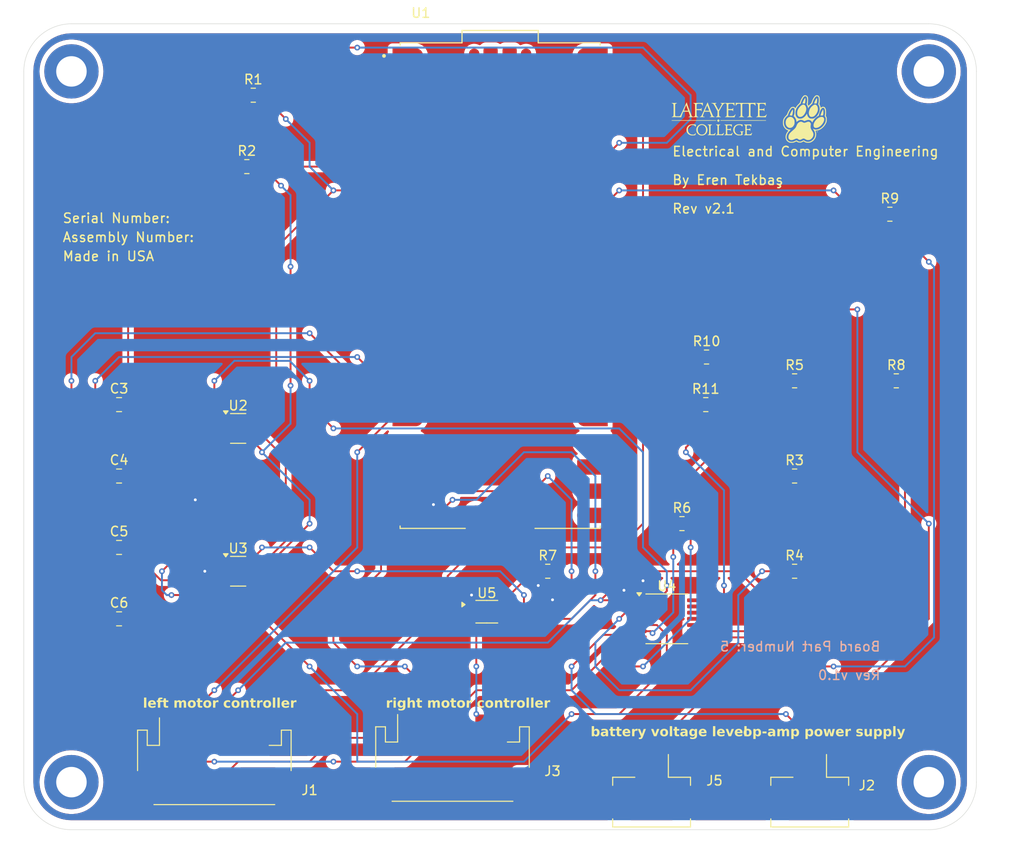
<source format=kicad_pcb>
(kicad_pcb (version 20240108) (generator "pcbnew") (generator_version "8.0")
  (layers (0 "F.Cu" signal) (31 "B.Cu" signal) (34 "B.Paste" user) (35 "F.Paste" user) (36 "B.SilkS" user "B.Silkscreen") (37 "F.SilkS" user "F.Silkscreen") (38 "B.Mask" user) (39 "F.Mask" user) (44 "Edge.Cuts" user))
  (net 0 "")
  (net 1 "/3V3_OUT")
  (net 2 "/GND")
  (net 3 "unconnected-(J1-MountPin-PadMP)")
  (net 4 "/DirectionL")
  (net 5 "/Brake")
  (net 6 "/SpeedReadUL")
  (net 7 "/Enable")
  (net 8 "/DirectionR")
  (net 9 "/SpeedReadUR")
  (net 10 "unconnected-(J3-MountPin-PadMP)")
  (net 11 "/I2C SDA")
  (net 12 "/I2C SCL")
  (net 13 "Net-(U4A--)")
  (net 14 "/SpeedLeft")
  (net 15 "Net-(U4B--)")
  (net 16 "/SpeedRight")
  (net 17 "/VOUT1")
  (net 18 "/VOUT2")
  (net 22 "/SpeedReadRegulatedR")
  (net 34 "/BatteryLevelUnregulated")
  (net 36 "/SpeedReadRegulatedL")
  (net 48 "Net-(U5-EN)")
  (net 64 "/5V_OUT")
  (net 65 "/12V")
  (net 66 "Net-(U4C--)")
  (net 67 "/BatteryLevelRegulated")
  (net 68 "Net-(U4C-+)")
  (footprint "Resistor_SMD:R_0805_2012Metric" (layer "F.Cu") (at 216.5875 90)
    (property "Reference" "R11")
    (property "Value" "10K")
  )
  (footprint "Resistor_SMD:R_0805_2012Metric" (layer "F.Cu") (at 235.9125 70)
    (property "Reference" "R9")
    (property "Value" "91K")
  )
  (footprint "Resistor_SMD:R_0805_2012Metric" (layer "F.Cu") (at 168.4125 65)
    (property "Reference" "R2")
    (property "Value" "4.7K")
  )
  (footprint "Footprints:LeopardPawFootprint" (layer "F.Cu") (at 227 60)
    (property "Reference" "G***" (hide yes))
    (property "Value" "LOGO" (hide yes))
  )
  (footprint "Connector_JST:JST_PH_S6B-PH-SM4-TB_1x06-1MP_P2.00mm_Horizontal" (layer "F.Cu") (at 165 127.5)
    (property "Reference" "J1")
    (property "Value" "Conn_01x06_MountingPin")
  )
  (footprint "Resistor_SMD:R_0805_2012Metric" (layer "F.Cu") (at 225.9125 107.5)
    (property "Reference" "R4")
    (property "Value" "2.1K")
  )
  (footprint "MountingHole:MountingHole_3.2mm_M3_ISO7380_Pad" (layer "F.Cu") (at 150 129.65)
    (property "Reference" "H3" (hide yes))
    (property "Value" "MountingHole")
  )
  (footprint "MountingHole:MountingHole_3.2mm_M3_ISO7380_Pad" (layer "F.Cu") (at 240 129.65)
    (property "Reference" "H4" (hide yes))
    (property "Value" "MountingHole")
  )
  (footprint "Resistor_SMD:R_0805_2012Metric" (layer "F.Cu") (at 169.0875 57.5)
    (property "Reference" "R1")
    (property "Value" "4.7K")
  )
  (footprint "Connector_JST:JST_PH_B2B-PH-SM4-TB_1x02-1MP_P2.00mm_Vertical" (layer "F.Cu") (at 210.9 130 180)
    (property "Reference" "J5")
    (property "Value" "Conn_01x02")
  )
  (footprint "Capacitor_SMD:C_0805_2012Metric" (layer "F.Cu") (at 155 112.5)
    (property "Reference" "C6")
    (property "Value" "0.1 uF")
  )
  (footprint "LOGO" (layer "F.Cu") (at 218 60)
    (property "Reference" "G***" (hide yes))
    (property "Value" "LOGO" (hide yes))
  )
  (footprint "Connector_JST:JST_PH_B2B-PH-SM4-TB_1x02-1MP_P2.00mm_Vertical" (layer "F.Cu") (at 227.5 130 180)
    (property "Reference" "J2")
    (property "Value" "Conn_01x02")
  )
  (footprint "Resistor_SMD:R_0805_2012Metric" (layer "F.Cu") (at 214.0875 102.5)
    (property "Reference" "R6")
    (property "Value" "2.1K")
  )
  (footprint "Capacitor_SMD:C_0805_2012Metric" (layer "F.Cu") (at 155 90)
    (property "Reference" "C3")
    (property "Value" "10 uF")
  )
  (footprint "Resistor_SMD:R_0805_2012Metric" (layer "F.Cu") (at 200 107.5)
    (property "Reference" "R7")
    (property "Value" "200K")
  )
  (footprint "Resistor_SMD:R_0805_2012Metric" (layer "F.Cu") (at 236.5875 87.5)
    (property "Reference" "R8")
    (property "Value" "10K")
  )
  (footprint "Package_SO:VSSOP-8_2.3x2mm_P0.5mm" (layer "F.Cu") (at 193.6 111.75)
    (property "Reference" "U5")
    (property "Value" "LSF0102DCUR")
  )
  (footprint "Package_TO_SOT_SMD:SOT-23-6" (layer "F.Cu") (at 167.5 107.5)
    (property "Reference" "U3")
    (property "Value" "MCP4725xxx-xCH")
  )
  (footprint "MountingHole:MountingHole_3.2mm_M3_ISO7380_Pad" (layer "F.Cu") (at 240 55)
    (property "Reference" "H2" (hide yes))
    (property "Value" "MountingHole")
  )
  (footprint "Package_SO:TSSOP-14_4.4x5mm_P0.65mm" (layer "F.Cu") (at 212.5 112.5)
    (property "Reference" "U4")
    (property "Value" "LM324")
  )
  (footprint "Capacitor_SMD:C_0805_2012Metric" (layer "F.Cu") (at 155 105)
    (property "Reference" "C5")
    (property "Value" "10 uF")
  )
  (footprint "Resistor_SMD:R_0805_2012Metric" (layer "F.Cu") (at 225.9125 87.5)
    (property "Reference" "R5")
    (property "Value" "900")
  )
  (footprint "Connector_JST:JST_PH_S6B-PH-SM4-TB_1x06-1MP_P2.00mm_Horizontal" (layer "F.Cu") (at 190 127.15)
    (property "Reference" "J3")
    (property "Value" "Conn_01x06_MountingPin")
  )
  (footprint "foot:pico" (layer "F.Cu") (at 195 77.5)
    (property "Reference" "U1")
    (property "Value" "SC0915")
  )
  (footprint "MountingHole:MountingHole_3.2mm_M3_ISO7380_Pad" (layer "F.Cu") (at 150 55)
    (property "Reference" "H1" (hide yes))
    (property "Value" "MountingHole")
  )
  (footprint "Package_TO_SOT_SMD:SOT-23-6" (layer "F.Cu") (at 167.5 92.5)
    (property "Reference" "U2")
    (property "Value" "MCP4725xxx-xCH")
  )
  (footprint "Resistor_SMD:R_0805_2012Metric" (layer "F.Cu") (at 216.67 85)
    (property "Reference" "R10")
    (property "Value" "820K")
  )
  (footprint "Resistor_SMD:R_0805_2012Metric" (layer "F.Cu") (at 225.9125 97.5)
    (property "Reference" "R3")
    (property "Value" "900")
  )
  (footprint "Capacitor_SMD:C_0805_2012Metric" (layer "F.Cu") (at 155 97.5)
    (property "Reference" "C4")
    (property "Value" "0.1 uF")
  )
  (gr_line (start 172.5 52.5) (end 170 52.5) (stroke (width 0.2)) (layer "F.Cu") (net 1))
  (gr_line (start 180 52.5) (end 172.5 52.5) (stroke (width 0.2)) (layer "F.Cu") (net 1))
  (gr_line (start 150 50) (end 240 50) (stroke (width 0.05)) (layer "Edge.Cuts"))
  (gr_arc (start 150 134.65) (mid 146.464466 133.185534) (end 145 129.65) (stroke (width 0.05)) (layer "Edge.Cuts"))
  (gr_line (start 145 55) (end 145 129.65) (stroke (width 0.05)) (layer "Edge.Cuts"))
  (gr_arc (start 240 50) (mid 243.535534 51.464466) (end 245 55) (stroke (width 0.05)) (layer "Edge.Cuts"))
  (gr_arc (start 145 55) (mid 146.464466 51.464466) (end 150 50) (stroke (width 0.05)) (layer "Edge.Cuts"))
  (gr_arc (start 245 129.65) (mid 243.535534 133.185534) (end 240 134.65) (stroke (width 0.05)) (layer "Edge.Cuts"))
  (gr_line (start 245 55) (end 245 129.65) (stroke (width 0.05)) (layer "Edge.Cuts"))
  (gr_line (start 240 134.65) (end 150 134.65) (stroke (width 0.05)) (layer "Edge.Cuts"))
  (gr_text "Board Part Number: 5" (at 235 116 0) (layer "B.SilkS") (effects (font (size 1 1)) (justify left bottom mirror)))
  (gr_text "Rev v1.0" (at 235 119 0) (layer "B.SilkS") (effects (font (size 1 1)) (justify left bottom mirror)))
  (gr_text "Made in USA" (at 149 75 0) (layer "F.SilkS") (effects (font (size 1 1)) (justify left bottom)))
  (gr_text "Assembly Number:" (at 149 73 0) (layer "F.SilkS") (effects (font (size 1 1)) (justify left bottom)))
  (gr_text "Rev v2.1" (at 213 70 0) (layer "F.SilkS") (effects (font (size 1 1)) (justify left bottom)))
  (gr_text "op-amp power supply" (at 220.5 125 0) (layer "F.SilkS") (effects (font (size 1 1) (thickness 0.25) (bold yes) (italic yes)) (justify left bottom)))
  (gr_text "right motor controller" (at 183 122 0) (layer "F.SilkS") (effects (font (size 1 1) (thickness 0.25) (bold yes) (italic yes)) (justify left bottom)))
  (gr_text "By Eren Tekbaş" (at 213 67 0) (layer "F.SilkS") (effects (font (size 1 1)) (justify left bottom)))
  (gr_text "Serial Number:" (at 149 71 0) (layer "F.SilkS") (effects (font (size 1 1)) (justify left bottom)))
  (gr_text "Electrical and Computer Engineering" (at 213 64 0) (layer "F.SilkS") (effects (font (size 1 1)) (justify left bottom)))
  (gr_text "battery voltage level" (at 204.5 125 0) (layer "F.SilkS") (effects (font (size 1 1) (thickness 0.25) (bold yes) (italic yes)) (justify left bottom)))
  (gr_text "left motor controller" (at 157.5 122 0) (layer "F.SilkS") (effects (font (size 1 1) (thickness 0.25) (bold yes) (italic yes)) (justify left bottom)))
  (segment (start 167.0875 105) (end 160 105) (width 0.2) (layer "F.Cu") (net 1))
  (segment (start 180 107.5) (end 177.5 107.5) (width 0.2) (layer "F.Cu") (net 1))
  (segment (start 159.4 108.45) (end 166.3625 108.45) (width 0.2) (layer "F.Cu") (net 1))
  (segment (start 198.5 111.5) (end 197.5 111.5) (width 0.2) (layer "F.Cu") (net 1))
  (segment (start 159.4 93.45) (end 159.05 93.45) (width 0.2) (layer "F.Cu") (net 1))
  (segment (start 206.47 63.53) (end 207.5 62.5) (width 0.2) (layer "F.Cu") (net 1))
  (segment (start 155.95 96.55) (end 155.95 97.5) (width 0.2) (layer "F.Cu") (net 1))
  (segment (start 155.95 105) (end 155.95 112.5) (width 0.2) (layer "F.Cu") (net 1))
  (segment (start 170 105) (end 170 105.1875) (width 0.2) (layer "F.Cu") (net 1))
  (segment (start 204.69 63.53) (end 206.47 63.53) (width 0.2) (layer "F.Cu") (net 1))
  (segment (start 155.95 105) (end 157.975 107.025) (width 0.2) (layer "F.Cu") (net 1))
  (segment (start 170 105.1875) (end 168.6375 106.55) (width 0.2) (layer "F.Cu") (net 1))
  (segment (start 160 65) (end 155.95 69.05) (width 0.2) (layer "F.Cu") (net 1))
  (segment (start 168.175 64.325) (end 167.5 65) (width 0.2) (layer "F.Cu") (net 1))
  (segment (start 200.9125 107.5) (end 200.9125 109.0875) (width 0.2) (layer "F.Cu") (net 1))
  (segment (start 159.4 93.45) (end 155.95 90) (width 0.2) (layer "F.Cu") (net 1))
  (segment (start 157.975 107.025) (end 159.4 108.45) (width 0.2) (layer "F.Cu") (net 1))
  (segment (start 166.3625 93.45) (end 159.4 93.45) (width 0.2) (layer "F.Cu") (net 1))
  (segment (start 197.5 111.5) (end 195 111.5) (width 0.2) (layer "F.Cu") (net 1))
  (segment (start 160 105) (end 157.975 107.025) (width 0.2) (layer "F.Cu") (net 1))
  (segment (start 159.05 93.45) (end 155.95 96.55) (width 0.2) (layer "F.Cu") (net 1))
  (segment (start 168.175 54.325) (end 168.175 57.5) (width 0.2) (layer "F.Cu") (net 1))
  (segment (start 177.5 107.5) (end 175 105) (width 0.2) (layer "F.Cu") (net 1))
  (segment (start 155.95 69.05) (end 155.95 90) (width 0.2) (layer "F.Cu") (net 1))
  (segment (start 168.6375 106.55) (end 167.0875 105) (width 0.2) (layer "F.Cu") (net 1))
  (segment (start 200.9125 109.0875) (end 198.5 111.5) (width 0.2) (layer "F.Cu") (net 1))
  (segment (start 170 52.5) (end 168.175 54.325) (width 0.2) (layer "F.Cu") (net 1))
  (segment (start 167.5 65) (end 160 65) (width 0.2) (layer "F.Cu") (net 1))
  (segment (start 197.5 111.5) (end 197.5 110) (width 0.2) (layer "F.Cu") (net 1))
  (segment (start 168.175 57.5) (end 168.175 64.325) (width 0.2) (layer "F.Cu") (net 1))
  (segment (start 155.95 97.5) (end 155.95 105) (width 0.2) (layer "F.Cu") (net 1))
  (via (at 180 52.5) (size 0.6) (drill 0.3) (layers "F.Cu" "B.Cu") (net 1))
  (via (at 197.5 110) (size 0.6) (drill 0.3) (layers "F.Cu" "B.Cu") (net 1))
  (via (at 170 105) (size 0.6) (drill 0.3) (layers "F.Cu" "B.Cu") (net 1))
  (via (at 207.5 62.5) (size 0.6) (drill 0.3) (layers "F.Cu" "B.Cu") (net 1))
  (via (at 180 107.5) (size 0.6) (drill 0.3) (layers "F.Cu" "B.Cu") (net 1))
  (via (at 175 105) (size 0.6) (drill 0.3) (layers "F.Cu" "B.Cu") (net 1))
  (segment (start 195 107.5) (end 185 107.5) (width 0.2) (layer "B.Cu") (net 1))
  (segment (start 210 52.5) (end 180 52.5) (width 0.2) (layer "B.Cu") (net 1))
  (segment (start 175 105) (end 170 105) (width 0.2) (layer "B.Cu") (net 1))
  (segment (start 212.5 62.5) (end 215 60) (width 0.2) (layer "B.Cu") (net 1))
  (segment (start 215 60) (end 215 57.5) (width 0.2) (layer "B.Cu") (net 1))
  (segment (start 197.5 110) (end 195 107.5) (width 0.2) (layer "B.Cu") (net 1))
  (segment (start 215 57.5) (end 212.5 55) (width 0.2) (layer "B.Cu") (net 1))
  (segment (start 212.5 55) (end 210 52.5) (width 0.2) (layer "B.Cu") (net 1))
  (segment (start 207.5 62.5) (end 212.5 62.5) (width 0.2) (layer "B.Cu") (net 1))
  (segment (start 185 107.5) (end 180 107.5) (width 0.2) (layer "B.Cu") (net 1))
  (segment (start 166.3625 107.5) (end 164 107.5) (width 0.2) (layer "F.Cu") (net 2))
  (segment (start 215.3625 112.5) (end 216.5 112.5) (width 0.2) (layer "F.Cu") (net 2))
  (segment (start 216.5 112.5) (end 217 112) (width 0.2) (layer "F.Cu") (net 2))
  (segment (start 163.5 92.5) (end 163 92) (width 0.2) (layer "F.Cu") (net 2))
  (segment (start 192 110.8) (end 192 110) (width 0.2) (layer "F.Cu") (net 2))
  (segment (start 192.2 111) (end 192 110.8) (width 0.2) (layer "F.Cu") (net 2))
  (segment (start 228.5 130.964034) (end 228.5 129.5) (width 0.2) (layer "F.Cu") (net 2))
  (segment (start 166.3625 92.5) (end 163.5 92.5) (width 0.2) (layer "F.Cu") (net 2))
  (via (at 163 100) (size 0.6) (drill 0.3) (layers "F.Cu" "B.Cu") (net 2))
  (via (at 200.5 110.5) (size 0.6) (drill 0.3) (layers "F.Cu" "B.Cu") (net 2))
  (via (at 188 100.5) (size 0.6) (drill 0.3) (layers "F.Cu" "B.Cu") (net 2))
  (via (at 164 107.5) (size 0.6) (drill 0.3) (layers "F.Cu" "B.Cu") (net 2))
  (via (at 199 109) (size 0.6) (drill 0.3) (layers "F.Cu" "B.Cu") (net 2))
  (via (at 210 108.5) (size 0.6) (drill 0.3) (layers "F.Cu" "B.Cu") (net 2))
  (via (at 208 109.5) (size 0.6) (drill 0.3) (layers "F.Cu" "B.Cu") (net 2))
  (via (at 192 110) (size 0.6) (drill 0.3) (layers "F.Cu" "B.Cu") (net 2))
  (segment (start 157.65 130.4) (end 172.35 130.4) (width 0.2) (layer "F.Cu") (net 3))
  (segment (start 164 124.65) (end 164 121) (width 0.2) (layer "F.Cu") (net 4))
  (segment (start 180 95) (end 183.53 91.47) (width 0.2) (layer "F.Cu") (net 4))
  (segment (start 164 121) (end 165 120) (width 0.2) (layer "F.Cu") (net 4))
  (segment (start 183.53 91.47) (end 185.31 91.47) (width 0.2) (layer "F.Cu") (net 4))
  (via (at 165 120) (size 0.6) (drill 0.3) (layers "F.Cu" "B.Cu") (net 4))
  (via (at 180 95) (size 0.6) (drill 0.3) (layers "F.Cu" "B.Cu") (net 4))
  (segment (start 180 105) (end 180 95) (width 0.2) (layer "B.Cu") (net 4))
  (segment (start 165 120) (end 180 105) (width 0.2) (layer "B.Cu") (net 4))
  (segment (start 185 127.5) (end 177.5 127.5) (width 0.2) (layer "F.Cu") (net 5))
  (segment (start 180 85) (end 181.39 86.39) (width 0.2) (layer "F.Cu") (net 5))
  (segment (start 163.1 127.5) (end 162 126.4) (width 0.2) (layer "F.Cu") (net 5))
  (segment (start 187 125.5) (end 185 127.5) (width 0.2) (layer "F.Cu") (net 5))
  (segment (start 165 127.5) (end 163.1 127.5) (width 0.2) (layer "F.Cu") (net 5))
  (segment (start 162 126.4) (end 162 124.65) (width 0.2) (layer "F.Cu") (net 5))
  (segment (start 162 124.65) (end 162 122) (width 0.2) (layer "F.Cu") (net 5))
  (segment (start 152.5 117.5) (end 152.5 87.5) (width 0.2) (layer "F.Cu") (net 5))
  (segment (start 181.39 86.39) (end 185.31 86.39) (width 0.2) (layer "F.Cu") (net 5))
  (segment (start 157.5 117.5) (end 152.5 117.5) (width 0.2) (layer "F.Cu") (net 5))
  (segment (start 162 122) (end 157.5 117.5) (width 0.2) (layer "F.Cu") (net 5))
  (segment (start 187 124.3) (end 187 125.5) (width 0.2) (layer "F.Cu") (net 5))
  (via (at 180 85) (size 0.6) (drill 0.3) (layers "F.Cu" "B.Cu") (net 5))
  (via (at 177.5 127.5) (size 0.6) (drill 0.3) (layers "F.Cu" "B.Cu") (net 5))
  (via (at 165 127.5) (size 0.6) (drill 0.3) (layers "F.Cu" "B.Cu") (net 5))
  (via (at 152.5 87.5) (size 0.6) (drill 0.3) (layers "F.Cu" "B.Cu") (net 5))
  (segment (start 155 85) (end 180 85) (width 0.2) (layer "B.Cu") (net 5))
  (segment (start 177.5 127.5) (end 165 127.5) (width 0.2) (layer "B.Cu") (net 5))
  (segment (start 152.5 87.5) (end 155 85) (width 0.2) (layer "B.Cu") (net 5))
  (segment (start 168 124.65) (end 168 121.317471) (width 0.2) (layer "F.Cu") (net 6))
  (segment (start 180 120) (end 188 112) (width 0.2) (layer "F.Cu") (net 6))
  (segment (start 169.317471 120) (end 180 120) (width 0.2) (layer "F.Cu") (net 6))
  (segment (start 188 112) (end 192.2 112) (width 0.2) (layer "F.Cu") (net 6))
  (segment (start 168 121.317471) (end 169.317471 120) (width 0.2) (layer "F.Cu") (net 6))
  (segment (start 181.43 88.93) (end 185.31 88.93) (width 0.2) (layer "F.Cu") (net 7))
  (segment (start 160 124.65) (end 160 122.9) (width 0.2) (layer "F.Cu") (net 7))
  (segment (start 177.5 125) (end 175 127.5) (width 0.2) (layer "F.Cu") (net 7))
  (segment (start 167.5 127.5) (end 166.5 128.5) (width 0.2) (layer "F.Cu") (net 7))
  (segment (start 175 127.5) (end 167.5 127.5) (width 0.2) (layer "F.Cu") (net 7))
  (segment (start 160 122.9) (end 157.1 120) (width 0.2) (layer "F.Cu") (net 7))
  (segment (start 157.1 120) (end 150 120) (width 0.2) (layer "F.Cu") (net 7))
  (segment (start 166.5 128.5) (end 162.1 128.5) (width 0.2) (layer "F.Cu") (net 7))
  (segment (start 184.3 125) (end 177.5 125) (width 0.2) (layer "F.Cu") (net 7))
  (segment (start 185 124.3) (end 184.3 125) (width 0.2) (layer "F.Cu") (net 7))
  (segment (start 160 126.4) (end 160 124.65) (width 0.2) (layer "F.Cu") (net 7))
  (segment (start 162.1 128.5) (end 160 126.4) (width 0.2) (layer "F.Cu") (net 7))
  (segment (start 175 82.5) (end 181.43 88.93) (width 0.2) (layer "F.Cu") (net 7))
  (segment (start 150 120) (end 150 87.5) (width 0.2) (layer "F.Cu") (net 7))
  (via (at 175 82.5) (size 0.6) (drill 0.3) (layers "F.Cu" "B.Cu") (net 7))
  (via (at 150 87.5) (size 0.6) (drill 0.3) (layers "F.Cu" "B.Cu") (net 7))
  (segment (start 175 82.5) (end 152.5 82.5) (width 0.2) (layer "B.Cu") (net 7))
  (segment (start 152.5 82.5) (end 150 85) (width 0.2) (layer "B.Cu") (net 7))
  (segment (start 150 85) (end 150 87.5) (width 0.2) (layer "B.Cu") (net 7))
  (segment (start 183.695 94.01) (end 185.31 94.01) (width 0.2) (layer "F.Cu") (net 8))
  (segment (start 182.5 107.5) (end 182.5 95.205) (width 0.2) (layer "F.Cu") (net 8))
  (segment (start 189 124.3) (end 189 121.5) (width 0.2) (layer "F.Cu") (net 8))
  (segment (start 180 117.5) (end 177.5 115) (width 0.2) (layer "F.Cu") (net 8))
  (segment (start 177.5 115) (end 177.5 112.5) (width 0.2) (layer "F.Cu") (net 8))
  (segment (start 182.5 95.205) (end 183.695 94.01) (width 0.2) (layer "F.Cu") (net 8))
  (segment (start 177.5 112.5) (end 182.5 107.5) (width 0.2) (layer "F.Cu") (net 8))
  (segment (start 189 121.5) (end 185 117.5) (width 0.2) (layer "F.Cu") (net 8))
  (via (at 185 117.5) (size 0.6) (drill 0.3) (layers "F.Cu" "B.Cu") (net 8))
  (via (at 180 117.5) (size 0.6) (drill 0.3) (layers "F.Cu" "B.Cu") (net 8))
  (segment (start 185 117.5) (end 180 117.5) (width 0.2) (layer "B.Cu") (net 8))
  (segment (start 192.5 123.8) (end 193 124.3) (width 0.2) (layer "F.Cu") (net 9))
  (segment (start 192.2 112.5) (end 192.5 112.8) (width 0.2) (layer "F.Cu") (net 9))
  (segment (start 192.5 112.8) (end 192.5 117.5) (width 0.2) (layer "F.Cu") (net 9))
  (segment (start 192.5 122.5) (end 192.5 123.8) (width 0.2) (layer "F.Cu") (net 9))
  (via (at 192.5 117.5) (size 0.6) (drill 0.3) (layers "F.Cu" "B.Cu") (net 9))
  (via (at 192.5 122.5) (size 0.6) (drill 0.3) (layers "F.Cu" "B.Cu") (net 9))
  (segment (start 192.5 117.5) (end 192.5 122.5) (width 0.2) (layer "B.Cu") (net 9))
  (segment (start 182.65 130.05) (end 197.35 130.05) (width 0.2) (layer "F.Cu") (net 10))
  (segment (start 170 95) (end 170 94.8125) (width 0.2) (layer "F.Cu") (net 11))
  (segment (start 170 94.8125) (end 168.6375 93.45) (width 0.2) (layer "F.Cu") (net 11))
  (segment (start 168.6375 108.45) (end 167.975001 108.45) (width 0.2) (layer "F.Cu") (net 11))
  (segment (start 170 65) (end 169.325 65) (width 0.2) (layer "F.Cu") (net 11))
  (segment (start 169.325 65) (end 184.24 65) (width 0.2) (layer "F.Cu") (net 11))
  (segment (start 172 67) (end 170 65) (width 0.2) (layer "F.Cu") (net 11))
  (segment (start 184.24 65) (end 185.31 66.07) (width 0.2) (layer "F.Cu") (net 11))
  (segment (start 169.05 108.45) (end 175 102.5) (width 0.2) (layer "F.Cu") (net 11))
  (segment (start 167.975001 108.45) (end 169.05 108.45) (width 0.2) (layer "F.Cu") (net 11))
  (segment (start 173 88) (end 173 75.5) (width 0.2) (layer "F.Cu") (net 11))
  (via (at 172 67) (size 0.6) (drill 0.3) (layers "F.Cu" "B.Cu") (net 11))
  (via (at 170 95) (size 0.6) (drill 0.3) (layers "F.Cu" "B.Cu") (net 11))
  (via (at 173 88) (size 0.6) (drill 0.3) (layers "F.Cu" "B.Cu") (net 11))
  (via (at 175 102.5) (size 0.6) (drill 0.3) (layers "F.Cu" "B.Cu") (net 11))
  (via (at 173 75.5) (size 0.6) (drill 0.3) (layers "F.Cu" "B.Cu") (net 11))
  (segment (start 170 95) (end 173 92) (width 0.2) (layer "B.Cu") (net 11))
  (segment (start 175 100) (end 170 95) (width 0.2) (layer "B.Cu") (net 11))
  (segment (start 173 92) (end 173 88) (width 0.2) (layer "B.Cu") (net 11))
  (segment (start 175 102.5) (end 175 100) (width 0.2) (layer "B.Cu") (net 11))
  (segment (start 173 68) (end 172 67) (width 0.2) (layer "B.Cu") (net 11))
  (segment (start 173 75.5) (end 173 68) (width 0.2) (layer "B.Cu") (net 11))
  (segment (start 180 67.5) (end 181.11 68.61) (width 0.2) (layer "F.Cu") (net 12))
  (segment (start 170 57.5) (end 172.5 60) (width 0.2) (layer "F.Cu") (net 12))
  (segment (start 171.5 73.5) (end 171.5 89) (width 0.2) (layer "F.Cu") (net 12))
  (segment (start 172.5 95.700001) (end 169.299999 92.5) (width 0.2) (layer "F.Cu") (net 12))
  (segment (start 171.5 90.299999) (end 169.299999 92.5) (width 0.2) (layer "F.Cu") (net 12))
  (segment (start 177.5 67.5) (end 180 67.5) (width 0.2) (layer "F.Cu") (net 12))
  (segment (start 172.5 97.5) (end 172.5 95.700001) (width 0.2) (layer "F.Cu") (net 12))
  (segment (start 177.5 67.5) (end 171.5 73.5) (width 0.2) (layer "F.Cu") (net 12))
  (segment (start 169.299999 92.5) (end 168.6375 92.5) (width 0.2) (layer "F.Cu") (net 12))
  (segment (start 171.5 89) (end 171.5 90.299999) (width 0.2) (layer "F.Cu") (net 12))
  (segment (start 169.299999 107.5) (end 172.5 104.299999) (width 0.2) (layer "F.Cu") (net 12))
  (segment (start 181.11 68.61) (end 185.31 68.61) (width 0.2) (layer "F.Cu") (net 12))
  (segment (start 172.5 104.299999) (end 172.5 97.5) (width 0.2) (layer "F.Cu") (net 12))
  (segment (start 168.6375 107.5) (end 169.299999 107.5) (width 0.2) (layer "F.Cu") (net 12))
  (via (at 172.5 60) (size 0.6) (drill 0.3) (layers "F.Cu" "B.Cu") (net 12))
  (via (at 177.5 67.5) (size 0.6) (drill 0.3) (layers "F.Cu" "B.Cu") (net 12))
  (segment (start 175 62.5) (end 175 65) (width 0.2) (layer "B.Cu") (net 12))
  (segment (start 175 65) (end 177.5 67.5) (width 0.2) (layer "B.Cu") (net 12))
  (segment (start 172.5 60) (end 175 62.5) (width 0.2) (layer "B.Cu") (net 12))
  (segment (start 225 102.5) (end 225 107.5) (width 0.2) (layer "F.Cu") (net 13))
  (segment (start 225 107.5) (end 222.5 107.5) (width 0.2) (layer "F.Cu") (net 13))
  (segment (start 226.825 97.5) (end 226.825 100.675) (width 0.2) (layer "F.Cu") (net 13))
  (segment (start 226.825 100.675) (end 225 102.5) (width 0.2) (layer "F.Cu") (net 13))
  (segment (start 208.8 111.2) (end 209.6375 111.2) (width 0.2) (layer "F.Cu") (net 13))
  (segment (start 207.5 112.5) (end 208.8 111.2) (width 0.2) (layer "F.Cu") (net 13))
  (via (at 207.5 112.5) (size 0.6) (drill 0.3) (layers "F.Cu" "B.Cu") (net 13))
  (via (at 222.5 107.5) (size 0.6) (drill 0.3) (layers "F.Cu" "B.Cu") (net 13))
  (segment (start 215 120) (end 207.5 120) (width 0.2) (layer "B.Cu") (net 13))
  (segment (start 220 110) (end 220 115) (width 0.2) (layer "B.Cu") (net 13))
  (segment (start 205 115) (end 207.5 112.5) (width 0.2) (layer "B.Cu") (net 13))
  (segment (start 222.5 107.5) (end 220 110) (width 0.2) (layer "B.Cu") (net 13))
  (segment (start 205 117.5) (end 205 115) (width 0.2) (layer "B.Cu") (net 13))
  (segment (start 220 115) (end 215 120) (width 0.2) (layer "B.Cu") (net 13))
  (segment (start 207.5 120) (end 205 117.5) (width 0.2) (layer "B.Cu") (net 13))
  (segment (start 220 107.5) (end 208.6 107.5) (width 0.2) (layer "F.Cu") (net 14))
  (segment (start 224.325 110) (end 222.5 110) (width 0.2) (layer "F.Cu") (net 14))
  (segment (start 226.825 107.5) (end 224.325 110) (width 0.2) (layer "F.Cu") (net 14))
  (segment (start 166 124.65) (end 166 121.5) (width 0.2) (layer "F.Cu") (net 14))
  (segment (start 208.6 107.5) (end 205.55 110.55) (width 0.2) (layer "F.Cu") (net 14))
  (segment (start 166 121.5) (end 167.5 120) (width 0.2) (layer "F.Cu") (net 14))
  (segment (start 205.55 110.55) (end 209.6375 110.55) (width 0.2) (layer "F.Cu") (net 14))
  (segment (start 222.5 110) (end 220 107.5) (width 0.2) (layer "F.Cu") (net 14))
  (via (at 167.5 120) (size 0.6) (drill 0.3) (layers "F.Cu" "B.Cu") (net 14))
  (via (at 205.55 110.55) (size 0.6) (drill 0.3) (layers "F.Cu" "B.Cu") (net 14))
  (segment (start 205.55 110.55) (end 204.45 110.55) (width 0.2) (layer "B.Cu") (net 14))
  (segment (start 200 115) (end 172.5 115) (width 0.2) (layer "B.Cu") (net 14))
  (segment (start 172.5 115) (end 167.5 120) (width 0.2) (layer "B.Cu") (net 14))
  (segment (start 204.45 110.55) (end 200 115) (width 0.2) (layer "B.Cu") (net 14))
  (segment (start 225 92.5) (end 220 92.5) (width 0.2) (layer "F.Cu") (net 15))
  (segment (start 220 92.5) (end 213.175 99.325) (width 0.2) (layer "F.Cu") (net 15))
  (segment (start 211 114) (end 210.8 113.8) (width 0.2) (layer "F.Cu") (net 15))
  (segment (start 213.175 99.325) (end 213.175 102.5) (width 0.2) (layer "F.Cu") (net 15))
  (segment (start 210.8 113.8) (end 209.6375 113.8) (width 0.2) (layer "F.Cu") (net 15))
  (segment (start 213.175 102.5) (end 213.175 106) (width 0.2) (layer "F.Cu") (net 15))
  (segment (start 226.825 90.675) (end 225 92.5) (width 0.2) (layer "F.Cu") (net 15))
  (segment (start 226.825 87.5) (end 226.825 90.675) (width 0.2) (layer "F.Cu") (net 15))
  (segment (start 213.175 106) (end 213.175 106.175) (width 0.2) (layer "F.Cu") (net 15))
  (via (at 211 114) (size 0.6) (drill 0.3) (layers "F.Cu" "B.Cu") (net 15))
  (via (at 213.175 106) (size 0.6) (drill 0.3) (layers "F.Cu" "B.Cu") (net 15))
  (segment (start 213 112) (end 211 114) (width 0.2) (layer "B.Cu") (net 15))
  (segment (start 213.175 111.825) (end 213 112) (width 0.2) (layer "B.Cu") (net 15))
  (segment (start 213.175 106) (end 213.175 111.825) (width 0.2) (layer "B.Cu") (net 15))
  (segment (start 208.05 114.45) (end 206.25 116.25) (width 0.2) (layer "F.Cu") (net 16))
  (segment (start 202.5 120) (end 192.5 120) (width 0.2) (layer "F.Cu") (net 16))
  (segment (start 207.5 117.5) (end 206.25 116.25) (width 0.2) (layer "F.Cu") (net 16))
  (segment (start 209.6375 114.45) (end 208.05 114.45) (width 0.2) (layer "F.Cu") (net 16))
  (segment (start 215 102.5) (end 215 105) (width 0.2) (layer "F.Cu") (net 16))
  (segment (start 191 121.5) (end 191 124.3) (width 0.2) (layer "F.Cu") (net 16))
  (segment (start 192.5 120) (end 191 121.5) (width 0.2) (layer "F.Cu") (net 16))
  (segment (start 210 117.5) (end 207.5 117.5) (width 0.2) (layer "F.Cu") (net 16))
  (segment (start 206.25 116.25) (end 202.5 120) (width 0.2) (layer "F.Cu") (net 16))
  (via (at 215 105) (size 0.6) (drill 0.3) (layers "F.Cu" "B.Cu") (net 16))
  (via (at 210 117.5) (size 0.6) (drill 0.3) (layers "F.Cu" "B.Cu") (net 16))
  (segment (start 215 105) (end 215 112.5) (width 0.2) (layer "B.Cu") (net 16))
  (segment (start 215 112.5) (end 210 117.5) (width 0.2) (layer "B.Cu") (net 16))
  (segment (start 212.5 109) (end 212.5 109.572746) (width 0.2) (layer "F.Cu") (net 17))
  (segment (start 165 90.1875) (end 166.3625 91.55) (width 0.2) (layer "F.Cu") (net 17))
  (segment (start 165 87.5) (end 165 90.1875) (width 0.2) (layer "F.Cu") (net 17))
  (segment (start 210.222746 111.85) (end 209.6375 111.85) (width 0.2) (layer "F.Cu") (net 17))
  (segment (start 212.5 109.572746) (end 210.222746 111.85) (width 0.2) (layer "F.Cu") (net 17))
  (segment (start 177.5 92.5) (end 175 90) (width 0.2) (layer "F.Cu") (net 17))
  (segment (start 175 90) (end 175 87.5) (width 0.2) (layer "F.Cu") (net 17))
  (via (at 212.5 109) (size 0.6) (drill 0.3) (layers "F.Cu" "B.Cu") (net 17))
  (via (at 175 87.5) (size 0.6) (drill 0.3) (layers "F.Cu" "B.Cu") (net 17))
  (via (at 165 87.5) (size 0.6) (drill 0.3) (layers "F.Cu" "B.Cu") (net 17))
  (via (at 177.5 92.5) (size 0.6) (drill 0.3) (layers "F.Cu" "B.Cu") (net 17))
  (segment (start 167.1 85.4) (end 165 87.5) (width 0.2) (layer "B.Cu") (net 17))
  (segment (start 212.5 107.5) (end 210 105) (width 0.2) (layer "B.Cu") (net 17))
  (segment (start 172.9 85.4) (end 167.5 85.4) (width 0.2) (layer "B.Cu") (net 17))
  (segment (start 207.5 92.5) (end 177.5 92.5) (width 0.2) (layer "B.Cu") (net 17))
  (segment (start 175 87.5) (end 172.9 85.4) (width 0.2) (layer "B.Cu") (net 17))
  (segment (start 210 95) (end 207.5 92.5) (width 0.2) (layer "B.Cu") (net 17))
  (segment (start 212.5 109) (end 212.5 107.5) (width 0.2) (layer "B.Cu") (net 17))
  (segment (start 210 105) (end 210 95) (width 0.2) (layer "B.Cu") (net 17))
  (segment (start 167.5 85.4) (end 167.1 85.4) (width 0.2) (layer "B.Cu") (net 17))
  (segment (start 212.5 114.193456) (end 212.5 117.5) (width 0.2) (layer "F.Cu") (net 18))
  (segment (start 211.456544 113.15) (end 212.5 114.193456) (width 0.2) (layer "F.Cu") (net 18))
  (segment (start 160.5 110) (end 162.5 110) (width 0.2) (layer "F.Cu") (net 18))
  (segment (start 212.5 117.5) (end 207.5 122.5) (width 0.2) (layer "F.Cu") (net 18))
  (segment (start 207.5 122.5) (end 202.5 122.5) (width 0.2) (layer "F.Cu") (net 18))
  (segment (start 159.5 107.5) (end 160.45 106.55) (width 0.2) (layer "F.Cu") (net 18))
  (segment (start 162.5 110) (end 165 112.5) (width 0.2) (layer "F.Cu") (net 18))
  (segment (start 160.45 106.55) (end 166.3625 106.55) (width 0.2) (layer "F.Cu") (net 18))
  (segment (start 209.6375 113.15) (end 211.456544 113.15) (width 0.2) (layer "F.Cu") (net 18))
  (segment (start 165 112.5) (end 170 112.5) (width 0.2) (layer "F.Cu") (net 18))
  (segment (start 170 112.5) (end 175 117.5) (width 0.2) (layer "F.Cu") (net 18))
  (via (at 175 117.5) (size 0.6) (drill 0.3) (layers "F.Cu" "B.Cu") (net 18))
  (via (at 159.5 107.5) (size 0.6) (drill 0.3) (layers "F.Cu" "B.Cu") (net 18))
  (via (at 202.5 122.5) (size 0.6) (drill 0.3) (layers "F.Cu" "B.Cu") (net 18))
  (via (at 160.5 110) (size 0.6) (drill 0.3) (layers "F.Cu" "B.Cu") (net 18))
  (segment (start 160 110) (end 160.5 110) (width 0.2) (layer "B.Cu") (net 18))
  (segment (start 180 122.5) (end 175 117.5) (width 0.2) (layer "B.Cu") (net 18))
  (segment (start 180 127.5) (end 180 122.5) (width 0.2) (layer "B.Cu") (net 18))
  (segment (start 159.5 107.5) (end 159.5 109.5) (width 0.2) (layer "B.Cu") (net 18))
  (segment (start 159.5 109.5) (end 160 110) (width 0.2) (layer "B.Cu") (net 18))
  (segment (start 195 127.5) (end 180 127.5) (width 0.2) (layer "B.Cu") (net 18))
  (segment (start 197.5 127.5) (end 195 127.5) (width 0.2) (layer "B.Cu") (net 18))
  (segment (start 202.5 122.5) (end 197.5 127.5) (width 0.2) (layer "B.Cu") (net 18))
  (segment (start 190 100) (end 188.37 101.63) (width 0.2) (layer "F.Cu") (net 22))
  (segment (start 195 112.5) (end 202.5 112.5) (width 0.2) (layer "F.Cu") (net 22))
  (segment (start 205 110) (end 205 107.5) (width 0.2) (layer "F.Cu") (net 22))
  (segment (start 202.5 112.5) (end 205 110) (width 0.2) (layer "F.Cu") (net 22))
  (segment (start 188.37 101.63) (end 185.31 101.63) (width 0.2) (layer "F.Cu") (net 22))
  (via (at 205 107.5) (size 0.6) (drill 0.3) (layers "F.Cu" "B.Cu") (net 22))
  (via (at 190 100) (size 0.6) (drill 0.3) (layers "F.Cu" "B.Cu") (net 22))
  (segment (start 197.5 95) (end 202.5 95) (width 0.2) (layer "B.Cu") (net 22))
  (segment (start 192.5 100) (end 197.5 95) (width 0.2) (layer "B.Cu") (net 22))
  (segment (start 202.5 95) (end 205 97.5) (width 0.2) (layer "B.Cu") (net 22))
  (segment (start 205 97.5) (end 205 107.5) (width 0.2) (layer "B.Cu") (net 22))
  (segment (start 190 100) (end 192.5 100) (width 0.2) (layer "B.Cu") (net 22))
  (segment (start 232.5 120) (end 240 112.5) (width 0.2) (layer "F.Cu") (net 34))
  (segment (start 209.9 127.25) (end 217.15 120) (width 0.2) (layer "F.Cu") (net 34))
  (segment (start 232.5 80) (end 220.7575 80) (width 0.2) (layer "F.Cu") (net 34))
  (segment (start 220.7575 80) (end 215.7575 85) (width 0.2) (layer "F.Cu") (net 34))
  (segment (start 240 112.5) (end 240 102.5) (width 0.2) (layer "F.Cu") (net 34))
  (segment (start 217.15 120) (end 232.5 120) (width 0.2) (layer "F.Cu") (net 34))
  (segment (start 209.9 130) (end 209.9 127.25) (width 0.2) (layer "F.Cu") (net 34))
  (via (at 232.5 80) (size 0.6) (drill 0.3) (layers "F.Cu" "B.Cu") (net 34))
  (via (at 240 102.5) (size 0.6) (drill 0.3) (layers "F.Cu" "B.Cu") (net 34))
  (segment (start 240 102.5) (end 232.5 95) (width 0.2) (layer "B.Cu") (net 34))
  (segment (start 232.5 95) (end 232.5 80) (width 0.2) (layer "B.Cu") (net 34))
  (segment (start 198.41 99.09) (end 185.31 99.09) (width 0.2) (layer "F.Cu") (net 36))
  (segment (start 200.5 112) (end 202.5 110) (width 0.2) (layer "F.Cu") (net 36))
  (segment (start 200 97.5) (end 198.41 99.09) (width 0.2) (layer "F.Cu") (net 36))
  (segment (start 195 112) (end 200.5 112) (width 0.2) (layer "F.Cu") (net 36))
  (segment (start 202.5 110) (end 202.5 107.5) (width 0.2) (layer "F.Cu") (net 36))
  (via (at 200 97.5) (size 0.6) (drill 0.3) (layers "F.Cu" "B.Cu") (net 36))
  (via (at 202.5 107.5) (size 0.6) (drill 0.3) (layers "F.Cu" "B.Cu") (net 36))
  (segment (start 202.5 107.5) (end 202.5 100) (width 0.2) (layer "B.Cu") (net 36))
  (segment (start 200 97.5) (end 202.5 100) (width 0.2) (layer "B.Cu") (net 36))
  (segment (start 199.0875 107.5) (end 198.5 107.5) (width 0.2) (layer "F.Cu") (net 48))
  (segment (start 198.5 107.5) (end 195 111) (width 0.2) (layer "F.Cu") (net 48))
  (segment (start 190.5 111.5) (end 189.5 110.5) (width 0.2) (layer "F.Cu") (net 64))
  (segment (start 210 102.5) (end 210 57.5) (width 0.2) (layer "F.Cu") (net 64))
  (segment (start 210 57.5) (end 205.87 53.37) (width 0.2) (layer "F.Cu") (net 64))
  (segment (start 207.5 105) (end 210 102.5) (width 0.2) (layer "F.Cu") (net 64))
  (segment (start 189.5 108) (end 192.5 105) (width 0.2) (layer "F.Cu") (net 64))
  (segment (start 192.5 105) (end 207.5 105) (width 0.2) (layer "F.Cu") (net 64))
  (segment (start 192.2 111.5) (end 190.5 111.5) (width 0.2) (layer "F.Cu") (net 64))
  (segment (start 205.87 53.37) (end 204.69 53.37) (width 0.2) (layer "F.Cu") (net 64))
  (segment (start 189.5 110.5) (end 189.5 108) (width 0.2) (layer "F.Cu") (net 64))
  (segment (start 226.5 124) (end 226.5 129.5) (width 0.2) (layer "F.Cu") (net 65))
  (segment (start 209.6375 112.5) (end 208.900001 112.5) (width 0.2) (layer "F.Cu") (net 65))
  (segment (start 208.900001 112.5) (end 207.217157 114.182844) (width 0.2) (layer "F.Cu") (net 65))
  (segment (start 205.817156 114.182844) (end 202.5 117.5) (width 0.2) (layer "F.Cu") (net 65))
  (segment (start 225 122.5) (end 226.5 124) (width 0.2) (layer "F.Cu") (net 65))
  (segment (start 207.217157 114.182844) (end 205.817156 114.182844) (width 0.2) (layer "F.Cu") (net 65))
  (via (at 202.5 117.5) (size 0.6) (drill 0.3) (layers "F.Cu" "B.Cu") (net 65))
  (via (at 225 122.5) (size 0.6) (drill 0.3) (layers "F.Cu" "B.Cu") (net 65))
  (segment (start 205 122.5) (end 212.5 122.5) (width 0.2) (layer "B.Cu") (net 65))
  (segment (start 202.5 120) (end 205 122.5) (width 0.2) (layer "B.Cu") (net 65))
  (segment (start 202.5 117.5) (end 202.5 120) (width 0.2) (layer "B.Cu") (net 65))
  (segment (start 212.5 122.5) (end 225 122.5) (width 0.2) (layer "B.Cu") (net 65))
  (segment (start 237.5 107.5) (end 230 115) (width 0.2) (layer "F.Cu") (net 66))
  (segment (start 237.5 87.5) (end 237.5 107.5) (width 0.2) (layer "F.Cu") (net 66))
  (segment (start 230 115) (end 227.5 115) (width 0.2) (layer "F.Cu") (net 66))
  (segment (start 235 70) (end 235 85) (width 0.2) (layer "F.Cu") (net 66))
  (segment (start 235 85) (end 237.5 87.5) (width 0.2) (layer "F.Cu") (net 66))
  (segment (start 226.3 113.8) (end 215.3625 113.8) (width 0.2) (layer "F.Cu") (net 66))
  (segment (start 227.5 115) (end 226.3 113.8) (width 0.2) (layer "F.Cu") (net 66))
  (segment (start 207.5 67.5) (end 206.39 68.61) (width 0.2) (layer "F.Cu") (net 67))
  (segment (start 206.39 68.61) (end 204.69 68.61) (width 0.2) (layer "F.Cu") (net 67))
  (segment (start 240 75) (end 236.825 71.825) (width 0.2) (layer "F.Cu") (net 67))
  (segment (start 231.55 69.05) (end 230 67.5) (width 0.2) (layer "F.Cu") (net 67))
  (segment (start 227.5 117.5) (end 230 117.5) (width 0.2) (layer "F.Cu") (net 67))
  (segment (start 236.825 71.825) (end 236.825 70) (width 0.2) (layer "F.Cu") (net 67))
  (segment (start 215.3625 114.45) (end 224.45 114.45) (width 0.2) (layer "F.Cu") (net 67))
  (segment (start 224.45 114.45) (end 227.5 117.5) (width 0.2) (layer "F.Cu") (net 67))
  (segment (start 236.825 70) (end 235.875 69.05) (width 0.2) (layer "F.Cu") (net 67))
  (segment (start 235.875 69.05) (end 231.55 69.05) (width 0.2) (layer "F.Cu") (net 67))
  (via (at 230 67.5) (size 0.6) (drill 0.3) (layers "F.Cu" "B.Cu") (net 67))
  (via (at 230 117.5) (size 0.6) (drill 0.3) (layers "F.Cu" "B.Cu") (net 67))
  (via (at 207.5 67.5) (size 0.6) (drill 0.3) (layers "F.Cu" "B.Cu") (net 67))
  (via (at 240 75) (size 0.6) (drill 0.3) (layers "F.Cu" "B.Cu") (net 67))
  (segment (start 240.55 114.45) (end 240.55 75.55) (width 0.2) (layer "B.Cu") (net 67))
  (segment (start 230 117.5) (end 237.5 117.5) (width 0.2) (layer "B.Cu") (net 67))
  (segment (start 230 67.5) (end 207.5 67.5) (width 0.2) (layer "B.Cu") (net 67))
  (segment (start 240.55 75.55) (end 240 75) (width 0.2) (layer "B.Cu") (net 67))
  (segment (start 237.5 117.5) (end 240.55 114.45) (width 0.2) (layer "B.Cu") (net 67))
  (segment (start 217.5825 88.0925) (end 215.675 90) (width 0.2) (layer "F.Cu") (net 68))
  (segment (start 214.5 94.5) (end 215.675 93.325) (width 0.2) (layer "F.Cu") (net 68))
  (segment (start 217.35 113.15) (end 215.3625 113.15) (width 0.2) (layer "F.Cu") (net 68))
  (segment (start 218.5 112) (end 217.35 113.15) (width 0.2) (layer "F.Cu") (net 68))
  (segment (start 217.5825 85) (end 217.5825 88.0925) (width 0.2) (layer "F.Cu") (net 68))
  (segment (start 214.5 95) (end 214.5 94.5) (width 0.2) (layer "F.Cu") (net 68))
  (segment (start 215.675 93.325) (end 215.675 90) (width 0.2) (layer "F.Cu") (net 68))
  (segment (start 218.5 109) (end 218.5 112) (width 0.2) (layer "F.Cu") (net 68))
  (via (at 214.5 95) (size 0.6) (drill 0.3) (layers "F.Cu" "B.Cu") (net 68))
  (via (at 218.5 109) (size 0.6) (drill 0.3) (layers "F.Cu" "B.Cu") (net 68))
  (segment (start 218.5 109) (end 218.5 99) (width 0.2) (layer "B.Cu") (net 68))
  (segment (start 218.5 99) (end 214.5 95) (width 0.2) (layer "B.Cu") (net 68))
  (zone (net 2) (net_name "/GND") (layers "F&B.Cu") (connect_pads (clearance 0.5)) (min_thickness 0.25) (fill yes (thermal_gap 0.5) (thermal_bridge_width 0.5))
    (polygon (pts (xy 142.5 47.5) (xy 250 47.5) (xy 250 137.5) (xy 142.5 137.5)))
  )
)
</source>
